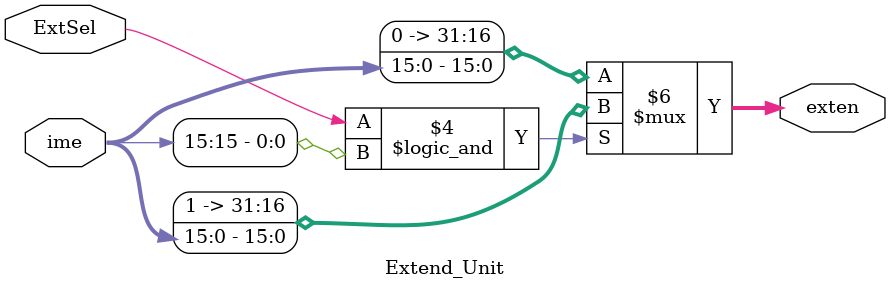
<source format=v>
`timescale 1ns / 1ps


module Extend_Unit(
    input ExtSel,
    input [15:0] ime,
    output reg [31:0] exten
);
    
    always @( ExtSel or ime) begin
        if(ExtSel == 1 && ime[15] == 1) exten = {16'hffff, ime};
        else exten = {16'h0000, ime};
    end
endmodule

</source>
